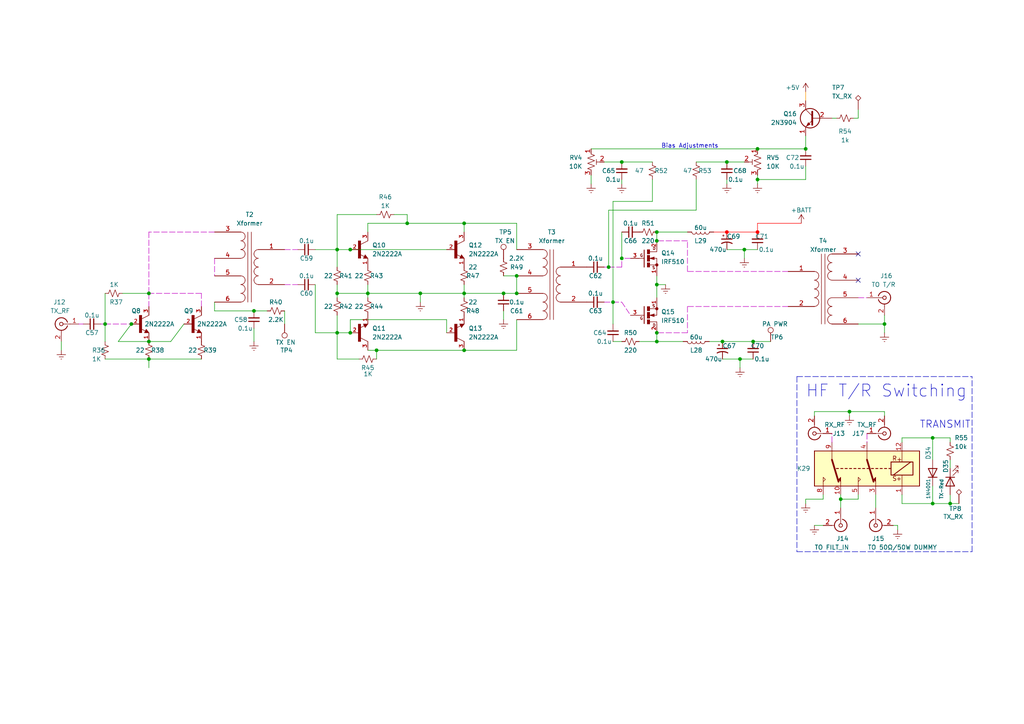
<source format=kicad_sch>
(kicad_sch (version 20211123) (generator eeschema)
  (paper "A4")
  (title_block (title "HF PA") (rev "2023/08/14"))
  (lib_symbols
    (symbol "2N2222A:2N2222A" (pin_names (offset 1.016))
      (property "Reference" "Q" (at -10.16 7.62 0))
      (property "Value" "2N2222A" (at -10.16 -7.62 0))
      (symbol "2N2222A_0_0"
        (rectangle (start -0.254 -2.54) (end 0.508 2.54) (stroke (width 0.1)) (fill (type outline)))
        (polyline (pts (xy 1.27 -2.54) (xy 1.778 -1.524)) (stroke (width 0.1524)))
        (polyline (pts (xy 1.524 -2.413) (xy 2.286 -2.413)) (stroke (width 0.254)))
        (polyline (pts (xy 1.524 -2.286) (xy 1.905 -2.286)) (stroke (width 0.254)))
        (polyline (pts (xy 1.54 -2.04) (xy 0.308 -1.424)) (stroke (width 0.1524)))
        (polyline (pts (xy 1.778 -1.778) (xy 1.524 -2.286)) (stroke (width 0.254)))
        (polyline (pts (xy 1.778 -1.524) (xy 2.54 -2.54)) (stroke (width 0.1524)))
        (polyline (pts (xy 1.905 -2.286) (xy 1.778 -2.032)) (stroke (width 0.254)))
        (polyline (pts (xy 2.286 -2.413) (xy 1.778 -1.778)) (stroke (width 0.254)))
        (polyline (pts (xy 2.54 -2.54) (xy 1.27 -2.54)) (stroke (width 0.1524)))
        (polyline (pts (xy 2.54 2.54) (xy 0.508 1.524)) (stroke (width 0.1524)))
        (pin passive line (at 2.54 -5.08 90) (length 2.54) (name "~") (number "1"))
        (pin passive line (at -2.54 0 0) (length 2.54) (name "~") (number "2"))
        (pin passive line (at 2.54 5.08 270) (length 2.54) (name "~") (number "3"))
      )
    )
    (symbol "Connector:Conn_Coaxial" (pin_names (offset 1.016) hide)
      (property "Reference" "J" (at 0.254 3.048 0))
      (property "Value" "Conn_Coaxial" (at 2.921 0 90))
      (symbol "Conn_Coaxial_0_1"
        (arc (start -1.778 -0.508) (mid 0.2311 -1.8066) (end 1.778 0) (stroke (width 0.254)))
        (polyline (pts (xy -2.54 0) (xy -0.508 0)))
        (polyline (pts (xy 0 -2.54) (xy 0 -1.778)))
        (circle (center 0 0) (radius 0.508) (stroke (width 0.2032)))
        (arc (start 1.778 0) (mid 0.2099 1.8101) (end -1.778 0.508) (stroke (width 0.254)))
      )
      (symbol "Conn_Coaxial_1_1"
        (pin passive line (at -5.08 0 0) (length 2.54) (name "In") (number "1"))
        (pin passive line (at 0 -5.08 90) (length 2.54) (name "Ext") (number "2"))
      )
    )
    (symbol "Connector:TestPoint" (pin_numbers hide) (pin_names (offset 0.762) hide)
      (property "Reference" "TP" (at 0 6.858 0))
      (property "Value" "TestPoint" (at 0 5.08 0))
      (symbol "TestPoint_0_1"
        (circle (center 0 3.302) (radius 0.762))
      )
      (symbol "TestPoint_1_1"
        (pin passive line (at 0 0 90) (length 2.54) (name "1") (number "1"))
      )
    )
    (symbol "Connector:TestPoint_Alt" (pin_numbers hide) (pin_names (offset 0.762) hide)
      (property "Reference" "TP" (at 0 6.858 0))
      (property "Value" "TestPoint_Alt" (at 0 5.08 0))
      (symbol "TestPoint_Alt_0_1"
        (polyline (pts (xy 0 2.54) (xy -0.762 3.302) (xy 0 4.064) (xy 0.762 3.302) (xy 0 2.54)))
      )
      (symbol "TestPoint_Alt_1_1"
        (pin passive line (at 0 0 90) (length 2.54) (name "1") (number "1"))
      )
    )
    (symbol "Device:C_Polarized_Small_US" (pin_numbers hide) (pin_names (offset 0.254) hide)
      (property "Reference" "C" (at 0.254 1.778 0))
      (property "Value" "C_Polarized_Small_US" (at 0.254 -2.032 0))
      (symbol "C_Polarized_Small_US_0_1"
        (polyline (pts (xy -1.524 0.508) (xy 1.524 0.508)) (stroke (width 0.3048)))
        (polyline (pts (xy -1.27 1.524) (xy -0.762 1.524)))
        (polyline (pts (xy -1.016 1.27) (xy -1.016 1.778)))
        (arc (start 1.524 -0.762) (mid 0 -0.3734) (end -1.524 -0.762) (stroke (width 0.3048)))
      )
      (symbol "C_Polarized_Small_US_1_1"
        (pin passive line (at 0 2.54 270) (length 2.032) (name "~") (number "1"))
        (pin passive line (at 0 -2.54 90) (length 2.032) (name "~") (number "2"))
      )
    )
    (symbol "Device:C_Small" (pin_numbers hide) (pin_names (offset 0.254) hide)
      (property "Reference" "C" (at 0.254 1.778 0))
      (property "Value" "C_Small" (at 0.254 -2.032 0))
      (symbol "C_Small_0_1"
        (polyline (pts (xy -1.524 -0.508) (xy 1.524 -0.508)) (stroke (width 0.3302)))
        (polyline (pts (xy -1.524 0.508) (xy 1.524 0.508)) (stroke (width 0.3048)))
      )
      (symbol "C_Small_1_1"
        (pin passive line (at 0 2.54 270) (length 2.032) (name "~") (number "1"))
        (pin passive line (at 0 -2.54 90) (length 2.032) (name "~") (number "2"))
      )
    )
    (symbol "Device:L" (pin_numbers hide) (pin_names (offset 1.016) hide)
      (property "Reference" "L" (at -1.27 0 90))
      (property "Value" "L" (at 1.905 0 90))
      (symbol "L_0_1"
        (arc (start 0 -2.54) (mid 0.635 -1.905) (end 0 -1.27))
        (arc (start 0 -1.27) (mid 0.635 -0.635) (end 0 0))
        (arc (start 0 0) (mid 0.635 0.635) (end 0 1.27))
        (arc (start 0 1.27) (mid 0.635 1.905) (end 0 2.54))
      )
      (symbol "L_1_1"
        (pin passive line (at 0 3.81 270) (length 1.27) (name "1") (number "1"))
        (pin passive line (at 0 -3.81 90) (length 1.27) (name "2") (number "2"))
      )
    )
    (symbol "Device:LED" (pin_numbers hide) (pin_names (offset 1.016) hide)
      (property "Reference" "D" (at 0 2.54 0))
      (property "Value" "LED" (at 0 -2.54 0))
      (symbol "LED_0_1"
        (polyline (pts (xy -1.27 -1.27) (xy -1.27 1.27)) (stroke (width 0.254)))
        (polyline (pts (xy -1.27 0) (xy 1.27 0)))
        (polyline (pts (xy 1.27 -1.27) (xy 1.27 1.27) (xy -1.27 0) (xy 1.27 -1.27)) (stroke (width 0.254)))
        (polyline (pts (xy -3.048 -0.762) (xy -4.572 -2.286) (xy -3.81 -2.286) (xy -4.572 -2.286) (xy -4.572 -1.524)))
        (polyline (pts (xy -1.778 -0.762) (xy -3.302 -2.286) (xy -2.54 -2.286) (xy -3.302 -2.286) (xy -3.302 -1.524)))
      )
      (symbol "LED_1_1"
        (pin passive line (at -3.81 0 0) (length 2.54) (name "K") (number "1"))
        (pin passive line (at 3.81 0 180) (length 2.54) (name "A") (number "2"))
      )
    )
    (symbol "Device:R_Potentiometer_Trim_US" (pin_names (offset 1.016) hide)
      (property "Reference" "RV" (at -4.445 0 90))
      (property "Value" "R_Potentiometer_Trim_US" (at -2.54 0 90))
      (symbol "R_Potentiometer_Trim_US_0_1"
        (polyline (pts (xy 0 -2.286) (xy 0 -2.54)))
        (polyline (pts (xy 0 2.286) (xy 0 2.54)))
        (polyline (pts (xy 1.524 0.762) (xy 1.524 -0.762)))
        (polyline (pts (xy 2.54 0) (xy 1.524 0)))
        (polyline (pts (xy 0 -0.762) (xy 1.016 -1.143) (xy 0 -1.524) (xy -1.016 -1.905) (xy 0 -2.286)))
        (polyline (pts (xy 0 0.762) (xy 1.016 0.381) (xy 0 0) (xy -1.016 -0.381) (xy 0 -0.762)))
        (polyline (pts (xy 0 2.286) (xy 1.016 1.905) (xy 0 1.524) (xy -1.016 1.143) (xy 0 0.762)))
      )
      (symbol "R_Potentiometer_Trim_US_1_1"
        (pin passive line (at 0 3.81 270) (length 1.27) (name "1") (number "1"))
        (pin passive line (at 3.81 0 180) (length 1.27) (name "2") (number "2"))
        (pin passive line (at 0 -3.81 90) (length 1.27) (name "3") (number "3"))
      )
    )
    (symbol "Device:R_Small_US" (pin_numbers hide) (pin_names (offset 0.254) hide)
      (property "Reference" "R" (at 0.762 0.508 0))
      (property "Value" "R_Small_US" (at 0.762 -1.016 0))
      (symbol "R_Small_US_1_1"
        (polyline (pts (xy 0 0) (xy 1.016 -0.381) (xy 0 -0.762) (xy -1.016 -1.143) (xy 0 -1.524)))
        (polyline (pts (xy 0 1.524) (xy 1.016 1.143) (xy 0 0.762) (xy -1.016 0.381) (xy 0 0)))
        (pin passive line (at 0 2.54 270) (length 1.016) (name "~") (number "1"))
        (pin passive line (at 0 -2.54 90) (length 1.016) (name "~") (number "2"))
      )
    )
    (symbol "Device:Transformer_1P_2S" (pin_names (offset 1.016) hide)
      (property "Reference" "T" (at 0 12.7 0))
      (property "Value" "Transformer_1P_2S" (at 0 -12.7 0))
      (symbol "Transformer_1P_2S_0_1"
        (arc (start -2.54 -5.0546) (mid -1.6599 -4.6901) (end -1.27 -3.81))
        (arc (start -2.54 -2.5146) (mid -1.6599 -2.1501) (end -1.27 -1.27))
        (arc (start -2.54 0.0254) (mid -1.6599 0.3899) (end -1.27 1.27))
        (arc (start -2.54 2.5654) (mid -1.6599 2.9299) (end -1.27 3.81))
        (arc (start -1.27 -3.81) (mid -1.642 -2.912) (end -2.54 -2.54))
        (arc (start -1.27 -1.27) (mid -1.642 -0.372) (end -2.54 0))
        (arc (start -1.27 1.27) (mid -1.642 2.168) (end -2.54 2.54))
        (arc (start -1.27 3.81) (mid -1.642 4.708) (end -2.54 5.08))
        (polyline (pts (xy -0.508 -10.16) (xy -0.508 10.16)))
        (polyline (pts (xy 0.508 10.16) (xy 0.508 -10.16)))
        (arc (start 1.2954 -8.89) (mid 1.6599 -9.7701) (end 2.54 -10.1346))
        (arc (start 1.2954 -6.35) (mid 1.6599 -7.2301) (end 2.54 -7.5946))
        (arc (start 1.2954 -3.81) (mid 1.6599 -4.6901) (end 2.54 -5.0546))
        (arc (start 1.2954 3.81) (mid 1.6599 2.9299) (end 2.54 2.5654))
        (arc (start 1.2954 6.35) (mid 1.6599 5.4699) (end 2.54 5.1054))
        (arc (start 1.2954 8.89) (mid 1.6599 8.0099) (end 2.54 7.6454))
        (arc (start 2.54 -7.62) (mid 1.642 -7.992) (end 1.2954 -8.89))
        (arc (start 2.54 -5.08) (mid 1.642 -5.452) (end 1.2954 -6.35))
        (arc (start 2.54 -2.54) (mid 1.642 -2.912) (end 1.2954 -3.81))
        (arc (start 2.54 5.08) (mid 1.642 4.708) (end 1.2954 3.81))
        (arc (start 2.54 7.62) (mid 1.642 7.248) (end 1.2954 6.35))
        (arc (start 2.54 10.16) (mid 1.642 9.788) (end 1.2954 8.89))
      )
      (symbol "Transformer_1P_2S_1_1"
        (pin passive line (at -10.16 5.08 0) (length 7.62) (name "AA") (number "1"))
        (pin passive line (at -10.16 -5.08 0) (length 7.62) (name "AB") (number "2"))
        (pin passive line (at 10.16 10.16 180) (length 7.62) (name "SA") (number "3"))
        (pin passive line (at 10.16 2.54 180) (length 7.62) (name "SB") (number "4"))
        (pin passive line (at 10.16 -2.54 180) (length 7.62) (name "SC") (number "5"))
        (pin passive line (at 10.16 -10.16 180) (length 7.62) (name "SD") (number "6"))
      )
    )
    (symbol "Diode:1N4001" (pin_numbers hide) (pin_names hide)
      (property "Reference" "D" (at 0 2.54 0))
      (property "Value" "1N4001" (at 0 -2.54 0))
      (symbol "1N4001_0_1"
        (polyline (pts (xy -1.27 1.27) (xy -1.27 -1.27)) (stroke (width 0.254)))
        (polyline (pts (xy 1.27 0) (xy -1.27 0)))
        (polyline (pts (xy 1.27 1.27) (xy 1.27 -1.27) (xy -1.27 0) (xy 1.27 1.27)) (stroke (width 0.254)))
      )
      (symbol "1N4001_1_1"
        (pin passive line (at -3.81 0 0) (length 2.54) (name "K") (number "1"))
        (pin passive line (at 3.81 0 180) (length 2.54) (name "A") (number "2"))
      )
    )
    (symbol "IRF510:IRF510" (pin_names (offset 1.016))
      (property "Reference" "Q" (at 3.302 0.508 0))
      (property "Value" "IRF510" (at 3.302 -0.508 0))
      (symbol "IRF510_0_0"
        (rectangle (start -0.254 -2.54) (end 0.508 -1.27) (stroke (width 0.1)) (fill (type outline)))
        (rectangle (start -0.254 -0.889) (end 0.508 0.889) (stroke (width 0.1)) (fill (type outline)))
        (rectangle (start -0.254 1.27) (end 0.508 2.54) (stroke (width 0.1)) (fill (type outline)))
        (polyline (pts (xy -1.1176 0) (xy -2.54 0)) (stroke (width 0.1524)))
        (polyline (pts (xy -1.1176 0) (xy -1.1176 -2.54)) (stroke (width 0.254)))
        (polyline (pts (xy -1.1176 2.413) (xy -1.1176 0)) (stroke (width 0.254)))
        (polyline (pts (xy 0.508 -1.905) (xy 2.54 -1.905)) (stroke (width 0.1524)))
        (polyline (pts (xy 0.508 0) (xy 1.143 0)) (stroke (width 0.1524)))
        (polyline (pts (xy 0.508 0) (xy 1.778 0.381)) (stroke (width 0.1524)))
        (polyline (pts (xy 1.143 0) (xy 1.651 -0.127)) (stroke (width 0.3048)))
        (polyline (pts (xy 1.143 0) (xy 2.54 0)) (stroke (width 0.1524)))
        (polyline (pts (xy 1.651 0.127) (xy 1.143 0)) (stroke (width 0.3048)))
        (polyline (pts (xy 1.778 -0.381) (xy 0.508 0)) (stroke (width 0.1524)))
        (polyline (pts (xy 1.778 0.381) (xy 1.778 -0.381)) (stroke (width 0.1524)))
        (polyline (pts (xy 2.54 -1.905) (xy 2.54 -2.54)) (stroke (width 0.1524)))
        (polyline (pts (xy 2.54 0) (xy 2.54 -1.905)) (stroke (width 0.1524)))
        (polyline (pts (xy 2.54 1.905) (xy 0.5334 1.905)) (stroke (width 0.1524)))
        (polyline (pts (xy 2.54 2.54) (xy 2.54 1.905)) (stroke (width 0.1524)))
        (circle (center 2.54 -1.905) (radius 0.254) (stroke (width 0.4064)))
        (text "D" (at 1.27 2.413 0) (effects (font (size 0.8128 0.8128)) (justify left bottom)))
        (text "G" (at -2.413 0.381 0) (effects (font (size 0.8128 0.8128)) (justify left bottom)))
        (text "S" (at 1.143 -3.175 0) (effects (font (size 0.8128 0.8128)) (justify left bottom)))
        (pin passive line (at 2.54 -5.08 90) (length 2.54) (name "~") (number "1"))
        (pin passive line (at 2.54 5.08 270) (length 2.54) (name "~") (number "2"))
        (pin passive line (at -5.08 0 0) (length 2.54) (name "~") (number "3"))
      )
    )
    (symbol "Relay:EC2-5SNU"
      (property "Reference" "K" (at 15.24 8.89 0))
      (property "Value" "EC2-5SNU" (at 19.05 6.35 0))
      (symbol "EC2-5SNU_0_0"
        (text "S" (at -8.001 2.921 0) (effects (font (size 1.27 1.27))))
      )
      (symbol "EC2-5SNU_1_1"
        (rectangle (start -15.24 5.08) (end 15.24 -5.08) (stroke (width 0.254)) (fill (type background)))
        (rectangle (start -13.335 1.905) (end -6.985 -1.905) (stroke (width 0.254)))
        (polyline (pts (xy -12.7 -1.905) (xy -7.62 1.905)) (stroke (width 0.254)))
        (polyline (pts (xy -10.16 -5.08) (xy -10.16 -1.905)))
        (polyline (pts (xy -10.16 5.08) (xy -10.16 1.905)))
        (polyline (pts (xy -6.985 0) (xy -6.35 0)) (stroke (width 0.254)))
        (polyline (pts (xy -5.715 0) (xy -5.08 0)) (stroke (width 0.254)))
        (polyline (pts (xy -4.445 0) (xy -3.81 0)) (stroke (width 0.254)))
        (polyline (pts (xy -3.175 0) (xy -2.54 0)) (stroke (width 0.254)))
        (polyline (pts (xy -1.905 0) (xy -1.27 0)) (stroke (width 0.254)))
        (polyline (pts (xy -0.635 0) (xy 0 0)) (stroke (width 0.254)))
        (polyline (pts (xy 0 -2.54) (xy -1.905 3.81)) (stroke (width 0.508)))
        (polyline (pts (xy 0 -2.54) (xy 0 -5.08)))
        (polyline (pts (xy 0.635 0) (xy 1.27 0)) (stroke (width 0.254)))
        (polyline (pts (xy 1.905 0) (xy 2.54 0)) (stroke (width 0.254)))
        (polyline (pts (xy 3.175 0) (xy 3.81 0)) (stroke (width 0.254)))
        (polyline (pts (xy 4.445 0) (xy 5.08 0)) (stroke (width 0.254)))
        (polyline (pts (xy 5.715 0) (xy 6.35 0)) (stroke (width 0.254)))
        (polyline (pts (xy 6.985 0) (xy 7.62 0)) (stroke (width 0.254)))
        (polyline (pts (xy 8.255 0) (xy 8.89 0)) (stroke (width 0.254)))
        (polyline (pts (xy 10.16 -2.54) (xy 8.255 3.81)) (stroke (width 0.508)))
        (polyline (pts (xy 10.16 -2.54) (xy 10.16 -5.08)))
        (polyline (pts (xy -2.54 5.08) (xy -2.54 2.54) (xy -1.905 3.175) (xy -2.54 3.81)) (fill (type outline)))
        (polyline (pts (xy 2.54 5.08) (xy 2.54 2.54) (xy 1.905 3.175) (xy 2.54 3.81)))
        (polyline (pts (xy 7.62 5.08) (xy 7.62 2.54) (xy 8.255 3.175) (xy 7.62 3.81)) (fill (type outline)))
        (polyline (pts (xy 12.7 5.08) (xy 12.7 2.54) (xy 12.065 3.175) (xy 12.7 3.81)))
        (text "+" (at -9.398 -2.667 0) (effects (font (size 1.27 1.27))))
        (text "+" (at -9.271 2.921 0) (effects (font (size 1.27 1.27))))
        (text "R" (at -8.001 -2.921 0) (effects (font (size 1.27 1.27))))
        (pin passive line (at -10.16 7.62 270) (length 2.54) (name "~") (number "1"))
        (pin passive line (at 7.62 7.62 270) (length 2.54) (name "~") (number "10"))
        (pin passive line (at -10.16 -7.62 90) (length 2.54) (name "~") (number "12"))
        (pin passive line (at -2.54 7.62 270) (length 2.54) (name "~") (number "3"))
        (pin passive line (at 0 -7.62 90) (length 2.54) (name "~") (number "4"))
        (pin passive line (at 2.54 7.62 270) (length 2.54) (name "~") (number "5"))
        (pin passive line (at 12.7 7.62 270) (length 2.54) (name "~") (number "8"))
        (pin passive line (at 10.16 -7.62 90) (length 2.54) (name "~") (number "9"))
      )
    )
    (symbol "Transistor_BJT:2N3904" (pin_names (offset 0) hide)
      (property "Reference" "Q" (at 5.08 1.905 0))
      (property "Value" "2N3904" (at 5.08 0 0))
      (symbol "2N3904_0_1"
        (polyline (pts (xy 0.635 0.635) (xy 2.54 2.54)))
        (polyline (pts (xy 0.635 -0.635) (xy 2.54 -2.54) (xy 2.54 -2.54)))
        (polyline (pts (xy 0.635 1.905) (xy 0.635 -1.905) (xy 0.635 -1.905)) (stroke (width 0.508)))
        (polyline (pts (xy 1.27 -1.778) (xy 1.778 -1.27) (xy 2.286 -2.286) (xy 1.27 -1.778) (xy 1.27 -1.778)) (fill (type outline)))
        (circle (center 1.27 0) (radius 2.8194) (stroke (width 0.254)))
      )
      (symbol "2N3904_1_1"
        (pin passive line (at 2.54 -5.08 90) (length 2.54) (name "E") (number "1"))
        (pin passive line (at -5.08 0 0) (length 5.715) (name "B") (number "2"))
        (pin passive line (at 2.54 5.08 270) (length 2.54) (name "C") (number "3"))
      )
    )
    (symbol "power:+5V" (power) (pin_names (offset 0))
      (property "Value" "+5V" (at 0 3.556 0))
      (symbol "+5V_0_1"
        (polyline (pts (xy -0.762 1.27) (xy 0 2.54)))
        (polyline (pts (xy 0 0) (xy 0 2.54)))
        (polyline (pts (xy 0 2.54) (xy 0.762 1.27)))
      )
      (symbol "+5V_1_1"
        (pin power_in line (at 0 0 90) (length 0) hide (name "+5V") (number "1"))
      )
    )
    (symbol "power:+BATT" (power) (pin_names (offset 0))
      (property "Value" "+BATT" (at 0 3.556 0))
      (symbol "+BATT_0_1"
        (polyline (pts (xy -0.762 1.27) (xy 0 2.54)))
        (polyline (pts (xy 0 0) (xy 0 2.54)))
        (polyline (pts (xy 0 2.54) (xy 0.762 1.27)))
      )
      (symbol "+BATT_1_1"
        (pin power_in line (at 0 0 90) (length 0) hide (name "+BATT") (number "1"))
      )
    )
    (symbol "power:Earth" (power) (pin_names (offset 0))
      (symbol "Earth_0_1"
        (polyline (pts (xy -0.635 -1.905) (xy 0.635 -1.905)))
        (polyline (pts (xy -0.127 -2.54) (xy 0.127 -2.54)))
        (polyline (pts (xy 0 -1.27) (xy 0 0)))
        (polyline (pts (xy 1.27 -1.27) (xy -1.27 -1.27)))
      )
      (symbol "Earth_1_1"
        (pin power_in line (at 0 0 270) (length 0) hide (name "Earth") (number "1"))
      )
    )
  )
  (junction (at 214.63 104.14))
  (junction (at 30.48 93.98))
  (junction (at 246.38 119.38))
  (junction (at 101.6 72.39))
  (junction (at 97.79 96.52))
  (junction (at 270.51 146.05))
  (junction (at 233.68 43.18))
  (junction (at 43.18 99.06))
  (junction (at 38.1 93.98))
  (junction (at 219.71 43.18))
  (junction (at 97.79 85.09))
  (junction (at 43.18 104.14))
  (junction (at 275.59 146.05))
  (junction (at 218.44 99.06))
  (junction (at 210.82 67.31) (color 255 0 0 1))
  (junction (at 177.8 87.63))
  (junction (at 190.5 69.85))
  (junction (at 256.54 93.98))
  (junction (at 219.71 67.31) (color 255 0 0 1))
  (junction (at 97.79 72.39))
  (junction (at 118.11 64.77))
  (junction (at 149.86 85.09))
  (junction (at 106.68 85.09))
  (junction (at 121.92 85.09))
  (junction (at 190.5 96.52))
  (junction (at 180.34 46.99))
  (junction (at 134.62 85.09))
  (junction (at 190.5 82.55))
  (junction (at 146.05 85.09))
  (junction (at 180.34 74.93))
  (junction (at 209.55 99.06))
  (junction (at 210.82 46.99))
  (junction (at 43.18 85.09))
  (junction (at 190.5 67.31))
  (junction (at 73.66 90.17))
  (junction (at 134.62 64.77))
  (junction (at 109.22 101.6))
  (junction (at 243.84 144.78))
  (junction (at 215.9 72.39))
  (junction (at 190.5 99.06))
  (junction (at 270.51 127))
  (junction (at 149.86 80.01))
  (junction (at 219.71 52.07))
  (junction (at 134.62 101.6))
  (junction (at 101.6 96.52))
  (junction (at 176.53 77.47))
  (no_connect (at 248.92 73.66))
  (no_connect (at 248.92 81.28))
  (wire (pts (xy 149.86 80.01) (xy 149.86 85.09)))
  (wire (pts (xy 129.54 92.71) (xy 129.54 96.52)))
  (wire (pts (xy 190.5 80.01) (xy 190.5 82.55)))
  (wire (pts (xy 233.68 52.07) (xy 219.71 52.07)))
  (wire (pts (xy 189.23 58.42) (xy 177.8 58.42)))
  (wire (pts (xy 190.5 67.31) (xy 190.5 69.85)))
  (wire (pts (xy 210.82 67.31) (xy 219.71 67.31)) (stroke (width 0) (color 255 0 0 1)))
  (wire (pts (xy 109.22 62.23) (xy 97.79 62.23)))
  (wire (pts (xy 190.5 67.31) (xy 199.39 67.31)))
  (wire (pts (xy 261.62 146.05) (xy 261.62 143.51)))
  (wire (pts (xy 180.34 67.31) (xy 180.34 74.93)))
  (wire (pts (xy 261.62 127) (xy 270.51 127)))
  (wire (pts (xy 43.18 85.09) (xy 43.18 88.9)) (stroke (width 0) (type dash) (color 194 0 194 1)))
  (wire (pts (xy 232.41 64.77) (xy 219.71 64.77)) (stroke (width 0) (color 255 0 0 1)))
  (wire (pts (xy 73.66 90.17) (xy 77.47 90.17)))
  (wire (pts (xy 43.18 67.31) (xy 43.18 85.09)) (stroke (width 0) (type dash) (color 194 0 194 1)))
  (wire (pts (xy 82.55 90.17) (xy 82.55 93.98)))
  (wire (pts (xy 246.38 120.65) (xy 246.38 119.38)))
  (wire (pts (xy 30.48 104.14) (xy 43.18 104.14)))
  (wire (pts (xy 254 147.32) (xy 254 143.51)))
  (wire (pts (xy 215.9 72.39) (xy 219.71 72.39)))
  (wire (pts (xy 201.93 60.96) (xy 176.53 60.96)))
  (wire (pts (xy 210.82 72.39) (xy 215.9 72.39)))
  (wire (pts (xy 30.48 99.06) (xy 30.48 93.98)))
  (wire (pts (xy 219.71 43.18) (xy 233.68 43.18)))
  (wire (pts (xy 134.62 64.77) (xy 134.62 67.31)))
  (wire (pts (xy 101.6 92.71) (xy 101.6 96.52)))
  (wire (pts (xy 106.68 67.31) (xy 106.68 64.77)))
  (wire (pts (xy 177.8 87.63) (xy 180.34 87.63)) (stroke (width 0) (type dash) (color 194 0 194 1)))
  (wire (pts (xy 270.51 127) (xy 270.51 133.35)))
  (wire (pts (xy 121.92 85.09) (xy 134.62 85.09)))
  (wire (pts (xy 270.51 140.97) (xy 270.51 146.05)))
  (wire (pts (xy 260.35 153.67) (xy 260.35 152.4)))
  (wire (pts (xy 97.79 91.44) (xy 97.79 96.52)))
  (wire (pts (xy 275.59 143.51) (xy 275.59 146.05)))
  (wire (pts (xy 149.86 101.6) (xy 134.62 101.6)))
  (wire (pts (xy 175.26 46.99) (xy 180.34 46.99)))
  (wire (pts (xy 270.51 146.05) (xy 275.59 146.05)))
  (wire (pts (xy 62.23 90.17) (xy 73.66 90.17)))
  (wire (pts (xy 236.22 152.4) (xy 238.76 152.4)))
  (wire (pts (xy 43.18 104.14) (xy 43.18 106.68)))
  (polyline (pts (xy 231.14 109.22) (xy 281.94 109.22)))
  (wire (pts (xy 201.93 46.99) (xy 210.82 46.99)))
  (wire (pts (xy 261.62 128.27) (xy 261.62 127)))
  (wire (pts (xy 256.54 93.98) (xy 256.54 96.52)))
  (wire (pts (xy 149.86 64.77) (xy 134.62 64.77)))
  (wire (pts (xy 149.86 92.71) (xy 149.86 101.6)))
  (wire (pts (xy 233.68 144.78) (xy 238.76 144.78)))
  (wire (pts (xy 97.79 85.09) (xy 97.79 86.36)))
  (wire (pts (xy 278.13 146.05) (xy 275.59 146.05)))
  (polyline (pts (xy 231.14 109.22) (xy 231.14 160.02)))
  (wire (pts (xy 189.23 52.07) (xy 189.23 58.42)))
  (wire (pts (xy 209.55 104.14) (xy 214.63 104.14)))
  (wire (pts (xy 236.22 120.65) (xy 236.22 119.38)))
  (wire (pts (xy 228.6 78.74) (xy 199.39 78.74)) (stroke (width 0) (type dash) (color 194 0 194 1)))
  (wire (pts (xy 91.44 72.39) (xy 97.79 72.39)))
  (wire (pts (xy 218.44 99.06) (xy 223.52 99.06)))
  (wire (pts (xy 101.6 92.71) (xy 129.54 92.71)))
  (wire (pts (xy 219.71 64.77) (xy 219.71 67.31)) (stroke (width 0) (color 255 0 0 1)))
  (wire (pts (xy 251.46 125.73) (xy 251.46 128.27)) (stroke (width 0) (type dash) (color 194 0 194 1)))
  (wire (pts (xy 91.44 82.55) (xy 91.44 96.52)))
  (wire (pts (xy 243.84 143.51) (xy 243.84 144.78)))
  (wire (pts (xy 97.79 72.39) (xy 97.79 77.47)))
  (wire (pts (xy 233.68 48.26) (xy 233.68 52.07)))
  (wire (pts (xy 34.29 99.06) (xy 38.1 93.98)))
  (wire (pts (xy 176.53 60.96) (xy 176.53 77.47)))
  (wire (pts (xy 106.68 85.09) (xy 106.68 86.36)))
  (wire (pts (xy 180.34 87.63) (xy 182.88 91.44)) (stroke (width 0) (type dash) (color 194 0 194 1)))
  (wire (pts (xy 209.55 99.06) (xy 218.44 99.06)))
  (wire (pts (xy 91.44 96.52) (xy 97.79 96.52)))
  (wire (pts (xy 73.66 95.25) (xy 73.66 99.06)))
  (wire (pts (xy 180.34 52.07) (xy 180.34 53.34)))
  (wire (pts (xy 233.68 146.05) (xy 233.68 144.78)))
  (wire (pts (xy 62.23 87.63) (xy 62.23 90.17)))
  (wire (pts (xy 34.29 99.06) (xy 43.18 99.06)))
  (polyline (pts (xy 281.94 160.02) (xy 281.94 109.22)))
  (wire (pts (xy 118.11 64.77) (xy 134.62 64.77)))
  (wire (pts (xy 149.86 85.09) (xy 146.05 85.09)))
  (wire (pts (xy 199.39 69.85) (xy 190.5 69.85)) (stroke (width 0) (type dash) (color 194 0 194 1)))
  (wire (pts (xy 214.63 104.14) (xy 218.44 104.14)))
  (wire (pts (xy 97.79 62.23) (xy 97.79 72.39)))
  (wire (pts (xy 260.35 152.4) (xy 259.08 152.4)))
  (wire (pts (xy 199.39 88.9) (xy 199.39 96.52)) (stroke (width 0) (type dash) (color 194 0 194 1)))
  (wire (pts (xy 233.68 39.37) (xy 233.68 43.18)))
  (wire (pts (xy 246.38 119.38) (xy 236.22 119.38)))
  (wire (pts (xy 248.92 31.75) (xy 248.92 34.29)))
  (wire (pts (xy 190.5 82.55) (xy 190.5 86.36)))
  (wire (pts (xy 248.92 93.98) (xy 256.54 93.98)))
  (wire (pts (xy 49.53 99.06) (xy 53.34 93.98)))
  (wire (pts (xy 233.68 26.67) (xy 233.68 29.21)) (stroke (width 0) (color 255 153 0 1)))
  (wire (pts (xy 35.56 85.09) (xy 43.18 85.09)))
  (wire (pts (xy 270.51 127) (xy 275.59 127)))
  (wire (pts (xy 82.55 72.39) (xy 86.36 72.39)) (stroke (width 0) (type dash) (color 194 0 194 1)))
  (wire (pts (xy 62.23 67.31) (xy 43.18 67.31)) (stroke (width 0) (type dash) (color 194 0 194 1)))
  (wire (pts (xy 177.8 99.06) (xy 180.34 99.06)))
  (wire (pts (xy 210.82 46.99) (xy 215.9 46.99)))
  (wire (pts (xy 175.26 87.63) (xy 177.8 87.63)) (stroke (width 0) (type dash) (color 194 0 194 1)))
  (wire (pts (xy 106.68 82.55) (xy 106.68 85.09)))
  (wire (pts (xy 219.71 50.8) (xy 219.71 52.07)))
  (wire (pts (xy 256.54 119.38) (xy 246.38 119.38)))
  (wire (pts (xy 248.92 34.29) (xy 247.65 34.29)))
  (wire (pts (xy 22.86 93.98) (xy 24.13 93.98)) (stroke (width 0) (type dash) (color 194 0 194 1)))
  (wire (pts (xy 43.18 104.14) (xy 58.42 104.14)))
  (wire (pts (xy 180.34 46.99) (xy 189.23 46.99)))
  (wire (pts (xy 43.18 99.06) (xy 49.53 99.06)))
  (wire (pts (xy 30.48 93.98) (xy 38.1 93.98)) (stroke (width 0) (type dash) (color 194 0 194 1)))
  (wire (pts (xy 109.22 101.6) (xy 134.62 101.6)))
  (wire (pts (xy 17.78 99.06) (xy 17.78 101.6)))
  (wire (pts (xy 190.5 82.55) (xy 193.04 82.55)))
  (wire (pts (xy 118.11 62.23) (xy 118.11 64.77)))
  (wire (pts (xy 134.62 85.09) (xy 134.62 86.36)))
  (wire (pts (xy 171.45 43.18) (xy 219.71 43.18)))
  (wire (pts (xy 228.6 88.9) (xy 199.39 88.9)) (stroke (width 0) (type dash) (color 194 0 194 1)))
  (wire (pts (xy 182.88 74.93) (xy 180.34 74.93)) (stroke (width 0) (type dash) (color 194 0 194 1)))
  (wire (pts (xy 205.74 99.06) (xy 209.55 99.06)))
  (wire (pts (xy 58.42 85.09) (xy 43.18 85.09)) (stroke (width 0) (type dash) (color 194 0 194 1)))
  (wire (pts (xy 106.68 101.6) (xy 109.22 101.6)))
  (wire (pts (xy 30.48 85.09) (xy 30.48 93.98)))
  (wire (pts (xy 114.3 62.23) (xy 118.11 62.23)))
  (wire (pts (xy 97.79 96.52) (xy 101.6 96.52)))
  (wire (pts (xy 207.01 67.31) (xy 210.82 67.31)) (stroke (width 0) (color 255 0 0 1)))
  (wire (pts (xy 177.8 58.42) (xy 177.8 87.63)))
  (wire (pts (xy 215.9 74.93) (xy 215.9 72.39)))
  (wire (pts (xy 261.62 146.05) (xy 270.51 146.05)))
  (wire (pts (xy 97.79 82.55) (xy 97.79 85.09)))
  (wire (pts (xy 214.63 106.68) (xy 214.63 104.14)))
  (wire (pts (xy 97.79 85.09) (xy 106.68 85.09)))
  (wire (pts (xy 190.5 99.06) (xy 198.12 99.06)))
  (wire (pts (xy 201.93 52.07) (xy 201.93 60.96)))
  (wire (pts (xy 82.55 82.55) (xy 86.36 82.55)) (stroke (width 0) (type dash) (color 194 0 194 1)))
  (wire (pts (xy 146.05 90.17) (xy 146.05 92.71)))
  (wire (pts (xy 199.39 78.74) (xy 199.39 69.85)) (stroke (width 0) (type dash) (color 194 0 194 1)))
  (wire (pts (xy 30.48 93.98) (xy 29.21 93.98)) (stroke (width 0) (type dash) (color 194 0 194 1)))
  (wire (pts (xy 101.6 72.39) (xy 129.54 72.39)))
  (wire (pts (xy 106.68 64.77) (xy 118.11 64.77)))
  (wire (pts (xy 97.79 104.14) (xy 104.14 104.14)))
  (wire (pts (xy 256.54 91.44) (xy 256.54 93.98)))
  (wire (pts (xy 238.76 144.78) (xy 238.76 143.51)))
  (wire (pts (xy 275.59 133.35) (xy 275.59 135.89)))
  (wire (pts (xy 242.57 34.29) (xy 241.3 34.29)))
  (wire (pts (xy 146.05 80.01) (xy 149.86 80.01)))
  (wire (pts (xy 210.82 52.07) (xy 210.82 53.34)))
  (wire (pts (xy 134.62 82.55) (xy 134.62 85.09)))
  (wire (pts (xy 121.92 87.63) (xy 121.92 85.09)))
  (wire (pts (xy 219.71 52.07) (xy 219.71 53.34)))
  (wire (pts (xy 180.34 77.47) (xy 180.34 74.93)) (stroke (width 0) (type dash) (color 194 0 194 1)))
  (wire (pts (xy 176.53 77.47) (xy 180.34 77.47)) (stroke (width 0) (type dash) (color 194 0 194 1)))
  (wire (pts (xy 241.3 128.27) (xy 241.3 125.73)) (stroke (width 0) (type dash) (color 194 0 194 1)))
  (wire (pts (xy 248.92 143.51) (xy 248.92 144.78)))
  (wire (pts (xy 97.79 96.52) (xy 97.79 104.14)))
  (polyline (pts (xy 231.14 160.02) (xy 281.94 160.02)))
  (wire (pts (xy 190.5 99.06) (xy 185.42 99.06)))
  (wire (pts (xy 146.05 85.09) (xy 134.62 85.09)))
  (wire (pts (xy 109.22 101.6) (xy 109.22 104.14)))
  (wire (pts (xy 149.86 72.39) (xy 149.86 64.77)))
  (wire (pts (xy 248.92 86.36) (xy 251.46 86.36)) (stroke (width 0) (type dash) (color 194 0 194 1)))
  (wire (pts (xy 171.45 50.8) (xy 171.45 53.34)))
  (wire (pts (xy 106.68 85.09) (xy 121.92 85.09)))
  (wire (pts (xy 175.26 77.47) (xy 176.53 77.47)) (stroke (width 0) (type dash) (color 194 0 194 1)))
  (wire (pts (xy 62.23 74.93) (xy 62.23 80.01)) (stroke (width 0) (type dash) (color 194 0 194 1)))
  (wire (pts (xy 177.8 87.63) (xy 177.8 93.98)))
  (wire (pts (xy 58.42 88.9) (xy 58.42 85.09)) (stroke (width 0) (type dash) (color 194 0 194 1)))
  (wire (pts (xy 243.84 144.78) (xy 243.84 147.32)))
  (wire (pts (xy 248.92 144.78) (xy 243.84 144.78)))
  (wire (pts (xy 256.54 120.65) (xy 256.54 119.38)))
  (wire (pts (xy 97.79 72.39) (xy 101.6 72.39)))
  (wire (pts (xy 190.5 96.52) (xy 190.5 99.06)))
  (wire (pts (xy 199.39 96.52) (xy 190.5 96.52)) (stroke (width 0) (type dash) (color 194 0 194 1)))
  (wire (pts (xy 275.59 128.27) (xy 275.59 127)))
  (text "Bias Adjustments" (at 191.77 43.18 0) (effects (font (size 1.27 1.27)) (justify left bottom)))
  (text "TRANSMIT" (at 266.7 124.46 0) (effects (font (size 2.1 2.1)) (justify left bottom)))
  (text "HF T/R Switching" (at 233.68 115.57 0) (effects (font (size 3.5 3.5)) (justify left bottom)))
  (symbol (lib_id "Connector:Conn_Coaxial") (at 256.54 125.73 0) (mirror x) (unit 1)
    (property "Reference" "J17" (at 248.92 125.73 0))
    (property "Value" "TX_RF" (at 251.46 123.19 0))
    (property "Datasheet" " ~" (effects hide))
  )
  (symbol (lib_id "power:Earth") (at 219.71 53.34 0) (unit 1)
    (property "Reference" "#PWR087" (effects hide))
    (property "Value" "Earth" (effects hide))
  )
  (symbol (lib_id "Connector:TestPoint") (at 223.52 99.06 0) (unit 1)
    (property "Reference" "TP6" (at 223.52 97.79 0) (effects (justify left)))
    (property "Value" "PA PWR" (at 220.98 93.98 0) (effects (justify left)))
  )
  (symbol (lib_id "Device:L") (at 203.2 67.31 270) (unit 1)
    (property "Reference" "L29" (at 203.2 69.85 90))
    (property "Value" "60u" (at 203.2 66.04 90))
  )
  (symbol (lib_id "Device:L") (at 201.93 99.06 270) (unit 1)
    (property "Reference" "L28" (at 201.93 101.6 90))
    (property "Value" "60u" (at 201.93 97.79 90))
  )
  (symbol (lib_id "Device:C_Polarized_Small_US") (at 209.55 101.6 0) (unit 1)
    (property "Reference" "C67" (at 209.55 100.33 0) (effects (justify left)))
    (property "Value" "470u" (at 204.47 104.14 0) (effects (justify left)))
    (property "Footprint" "Capacitor_THT:CP_Radial_D4.0mm_P2.00mm" (effects hide))
  )
  (symbol (lib_id "power:Earth") (at 193.04 82.55 0) (unit 1)
    (property "Reference" "#PWR083" (effects hide))
    (property "Value" "Earth" (effects hide))
  )
  (symbol (lib_id "Device:C_Small") (at 219.71 69.85 180) (unit 1)
    (property "Reference" "C71" (at 220.98 68.58 0))
    (property "Value" "0.1u" (at 222.25 72.39 0))
    (property "Footprint" "Capacitor_THT:C_Disc_D4.7mm_W2.5mm_P5.00mm" (effects hide))
  )
  (symbol (lib_id "Connector:TestPoint_Alt") (at 248.92 31.75 0) (unit 1)
    (property "Reference" "TP7" (at 241.3 25.4 0) (effects (justify left)))
    (property "Value" "TX_RX" (at 241.3 27.94 0) (effects (justify left)))
  )
  (symbol (lib_id "Diode:1N4001") (at 270.51 137.16 270) (mirror x) (unit 1)
    (property "Reference" "D34" (at 269.24 133.35 0) (effects (justify left)))
    (property "Value" "1N4001" (at 269.24 144.78 0) (effects (font (size 1 1)) (justify left)))
    (property "Footprint" "Diode_THT:D_DO-41_SOD81_P10.16mm_Horizontal" (effects hide))
    (property "Datasheet" "http://www.vishay.com/docs/88503/1n4001.pdf" (effects hide))
  )
  (symbol (lib_id "power:+5V") (at 233.68 26.67 0) (unit 1)
    (property "Reference" "#PWR089" (effects hide))
    (property "Value" "+5V" (at 229.87 25.4 0))
  )
  (symbol (lib_id "Device:C_Small") (at 172.72 87.63 90) (unit 1)
    (property "Reference" "C63" (at 172.72 90.17 90))
    (property "Value" "0.1u" (at 172.72 85.09 90))
    (property "Footprint" "Capacitor_THT:C_Disc_D4.7mm_W2.5mm_P5.00mm" (effects hide))
  )
  (symbol (lib_id "2N2222A:2N2222A") (at 132.08 72.39 0) (unit 1)
    (property "Reference" "Q12" (at 135.89 71.1199 0) (effects (justify left)))
    (property "Value" "2N2222A" (at 135.89 73.6599 0) (effects (justify left)))
    (property "Footprint" "TO127P584H533-3" (effects hide))
    (property "PARTREV" "2" (effects hide))
    (property "STANDARD" "IPC7251" (effects hide))
    (property "MANUFACTURER" "Microsemi" (effects hide))
  )
  (symbol (lib_id "Device:R_Small_US") (at 106.68 88.9 180) (unit 1)
    (property "Reference" "R44" (at 109.22 88.9 0))
    (property "Value" "22" (at 104.14 88.9 0))
    (property "Footprint" "Resistor_THT:R_Axial_DIN0207_L6.3mm_D2.5mm_P2.54mm_Vertical" (effects hide))
  )
  (symbol (lib_id "Device:R_Small_US") (at 146.05 77.47 180) (unit 1)
    (property "Reference" "R49" (at 149.86 77.47 0))
    (property "Value" "2.2K" (at 149.86 74.93 0))
    (property "Footprint" "Resistor_THT:R_Axial_DIN0207_L6.3mm_D2.5mm_P2.54mm_Vertical" (effects hide))
  )
  (symbol (lib_id "2N2222A:2N2222A") (at 132.08 96.52 0) (mirror x) (unit 1)
    (property "Reference" "Q13" (at 135.89 95.2499 0) (effects (justify left)))
    (property "Value" "2N2222A" (at 135.89 97.7899 0) (effects (justify left)))
    (property "Footprint" "TO127P584H533-3" (effects hide))
    (property "PARTREV" "2" (effects hide))
    (property "STANDARD" "IPC7251" (effects hide))
    (property "MANUFACTURER" "Microsemi" (effects hide))
  )
  (symbol (lib_id "Connector:Conn_Coaxial") (at 17.78 93.98 0) (mirror y) (unit 1)
    (property "Reference" "J12" (at 19.05 87.63 0) (effects (justify left)))
    (property "Value" "TX_RF" (at 20.32 90.17 0) (effects (justify left)))
    (property "Datasheet" " ~" (effects hide))
  )
  (symbol (lib_id "Device:LED") (at 275.59 139.7 90) (mirror x) (unit 1)
    (property "Reference" "D35" (at 274.32 137.16 0) (effects (justify right)))
    (property "Value" "TX-Red" (at 273.05 144.78 0) (effects (font (size 1 1)) (justify right)))
  )
  (symbol (lib_id "Device:R_Small_US") (at 106.68 80.01 180) (unit 1)
    (property "Reference" "R43" (at 109.22 80.01 0))
    (property "Value" "22" (at 104.14 80.01 0))
    (property "Footprint" "Resistor_THT:R_Axial_DIN0207_L6.3mm_D2.5mm_P2.54mm_Vertical" (effects hide))
  )
  (symbol (lib_id "Device:C_Small") (at 146.05 87.63 180) (unit 1)
    (property "Reference" "C61" (at 149.86 90.17 0))
    (property "Value" "0.1u" (at 149.86 87.63 0))
    (property "Footprint" "Capacitor_THT:C_Disc_D4.7mm_W2.5mm_P5.00mm" (effects hide))
  )
  (symbol (lib_id "Device:R_Small_US") (at 43.18 101.6 180) (unit 1)
    (property "Reference" "R38" (at 45.72 101.6 0))
    (property "Value" "22" (at 40.64 101.6 0))
    (property "Footprint" "Resistor_THT:R_Axial_DIN0207_L6.3mm_D2.5mm_P2.54mm_Vertical" (effects hide))
  )
  (symbol (lib_id "IRF510:IRF510") (at 187.96 74.93 0) (unit 1)
    (property "Reference" "Q14" (at 191.77 73.3866 0) (effects (justify left)))
    (property "Value" "IRF510" (at 191.77 75.9266 0) (effects (justify left)))
    (property "Footprint" "TO220" (effects hide))
  )
  (symbol (lib_id "IRF510:IRF510") (at 187.96 91.44 0) (mirror x) (unit 1)
    (property "Reference" "Q15" (at 191.77 90.4432 0) (effects (justify left)))
    (property "Value" "IRF510" (at 191.77 92.9832 0) (effects (justify left)))
    (property "Footprint" "TO220" (effects hide))
  )
  (symbol (lib_id "Device:C_Small") (at 233.68 45.72 180) (unit 1)
    (property "Reference" "C72" (at 229.87 45.72 0))
    (property "Value" "0.1u" (at 231.14 48.26 0))
    (property "Footprint" "Capacitor_THT:C_Disc_D4.7mm_W2.5mm_P5.00mm" (effects hide))
  )
  (symbol (lib_id "Connector:Conn_Coaxial") (at 243.84 152.4 270) (unit 1)
    (property "Reference" "J14" (at 242.57 156.21 90) (effects (justify left)))
    (property "Value" "TO FILT_IN" (at 236.22 158.75 90) (effects (justify left)))
    (property "Datasheet" " ~" (effects hide))
  )
  (symbol (lib_id "power:Earth") (at 171.45 53.34 0) (unit 1)
    (property "Reference" "#PWR081" (effects hide))
    (property "Value" "Earth" (effects hide))
  )
  (symbol (lib_id "Device:R_Small_US") (at 201.93 49.53 180) (unit 1)
    (property "Reference" "R53" (at 204.47 49.53 0))
    (property "Value" "47" (at 199.39 49.53 0))
    (property "Footprint" "Resistor_THT:R_Axial_DIN0207_L6.3mm_D2.5mm_P2.54mm_Vertical" (effects hide))
  )
  (symbol (lib_id "Device:R_Small_US") (at 97.79 80.01 180) (unit 1)
    (property "Reference" "R41" (at 100.33 80.01 0))
    (property "Value" "22" (at 95.25 80.01 0))
    (property "Footprint" "Resistor_THT:R_Axial_DIN0207_L6.3mm_D2.5mm_P2.54mm_Vertical" (effects hide))
  )
  (symbol (lib_id "Device:R_Potentiometer_Trim_US") (at 219.71 46.99 0) (mirror y) (unit 1)
    (property "Reference" "RV5" (at 222.25 45.7199 0) (effects (justify right)))
    (property "Value" "10K" (at 222.25 48.2599 0) (effects (justify right)))
    (property "Footprint" "Potentiometer_THT:Potentiometer_Vishay_T7-YA_Single_Vertical" (effects hide))
  )
  (symbol (lib_id "Device:Transformer_1P_2S") (at 238.76 83.82 0) (unit 1)
    (property "Reference" "T4" (at 238.76 69.85 0))
    (property "Value" "Xformer" (at 238.76 72.39 0))
  )
  (symbol (lib_id "Device:R_Small_US") (at 134.62 80.01 180) (unit 1)
    (property "Reference" "R47" (at 137.16 80.01 0))
    (property "Value" "22" (at 137.16 77.47 0))
    (property "Footprint" "Resistor_THT:R_Axial_DIN0207_L6.3mm_D2.5mm_P2.54mm_Vertical" (effects hide))
  )
  (symbol (lib_id "Device:R_Small_US") (at 97.79 88.9 180) (unit 1)
    (property "Reference" "R42" (at 100.33 88.9 0))
    (property "Value" "22" (at 95.25 88.9 0))
    (property "Footprint" "Resistor_THT:R_Axial_DIN0207_L6.3mm_D2.5mm_P2.54mm_Vertical" (effects hide))
  )
  (symbol (lib_id "Device:Transformer_1P_2S") (at 160.02 82.55 0) (mirror y) (unit 1)
    (property "Reference" "T3" (at 160.02 67.31 0))
    (property "Value" "Xformer" (at 160.02 69.85 0))
  )
  (symbol (lib_id "Device:C_Small") (at 73.66 92.71 180) (unit 1)
    (property "Reference" "C58" (at 69.85 92.71 0))
    (property "Value" "0.1u" (at 71.12 95.25 0))
    (property "Footprint" "Capacitor_THT:C_Disc_D4.7mm_W2.5mm_P5.00mm" (effects hide))
  )
  (symbol (lib_id "Device:R_Small_US") (at 275.59 130.81 0) (unit 1)
    (property "Reference" "R55" (at 276.86 127 0) (effects (justify left)))
    (property "Value" "10k" (at 276.86 129.54 0) (effects (justify left)))
  )
  (symbol (lib_id "Connector:Conn_Coaxial") (at 254 152.4 90) (mirror x) (unit 1)
    (property "Reference" "J15" (at 256.54 156.21 90) (effects (justify left)))
    (property "Value" "TO 50Ω/50W DUMMY" (at 271.78 158.75 90) (effects (justify left)))
    (property "Datasheet" " ~" (effects hide))
  )
  (symbol (lib_id "power:Earth") (at 146.05 92.71 0) (unit 1)
    (property "Reference" "#PWR080" (effects hide))
    (property "Value" "Earth" (effects hide))
  )
  (symbol (lib_id "Connector:Conn_Coaxial") (at 236.22 125.73 180) (unit 1)
    (property "Reference" "J13" (at 245.11 125.73 0) (effects (justify left)))
    (property "Value" "RX_RF" (at 245.11 123.19 0) (effects (justify left)))
    (property "Datasheet" " ~" (effects hide))
  )
  (symbol (lib_id "power:+BATT") (at 232.41 64.77 0) (unit 1)
    (property "Reference" "#PWR088" (effects hide))
    (property "Value" "+BATT" (at 232.41 60.96 0))
  )
  (symbol (lib_id "Device:Transformer_1P_2S") (at 72.39 77.47 0) (mirror y) (unit 1)
    (property "Reference" "T2" (at 72.39 62.23 0))
    (property "Value" "Xformer" (at 72.39 64.77 0))
  )
  (symbol (lib_id "Relay:EC2-5SNU") (at 251.46 135.89 180) (unit 1)
    (property "Reference" "K29" (at 231.14 135.89 0) (effects (justify right)))
    (property "Value" "EC2-5SNU" (effects hide))
    (property "Footprint" "Relay_THT:Relay_DPDT_Kemet_EC2" (effects hide))
    (property "Datasheet" "https://content.kemet.com/datasheets/KEM_R7002_EC2_EE2.pdf" (effects hide))
  )
  (symbol (lib_id "power:Earth") (at 236.22 152.4 0) (mirror y) (unit 1)
    (property "Reference" "#PWR091" (effects hide))
    (property "Value" "Earth" (effects hide))
  )
  (symbol (lib_id "Device:R_Small_US") (at 111.76 62.23 90) (unit 1)
    (property "Reference" "R46" (at 111.76 57.15 90))
    (property "Value" "1K" (at 111.76 59.69 90))
    (property "Footprint" "Resistor_THT:R_Axial_DIN0207_L6.3mm_D2.5mm_P2.54mm_Vertical" (effects hide))
  )
  (symbol (lib_id "Connector:TestPoint_Alt") (at 278.13 146.05 0) (mirror y) (unit 1)
    (property "Reference" "TP8" (at 278.914 147.533 0) (effects (justify left)))
    (property "Value" "TX_RX" (at 279.4 149.86 0) (effects (justify left)))
  )
  (symbol (lib_id "power:Earth") (at 17.78 101.6 0) (unit 1)
    (property "Reference" "#PWR077" (effects hide))
    (property "Value" "Earth" (effects hide))
  )
  (symbol (lib_id "power:Earth") (at 121.92 87.63 0) (unit 1)
    (property "Reference" "#PWR079" (effects hide))
    (property "Value" "Earth" (effects hide))
  )
  (symbol (lib_id "2N2222A:2N2222A") (at 104.14 72.39 0) (unit 1)
    (property "Reference" "Q10" (at 107.95 71.1199 0) (effects (justify left)))
    (property "Value" "2N2222A" (at 107.95 73.6599 0) (effects (justify left)))
    (property "Footprint" "TO127P584H533-3" (effects hide))
    (property "PARTREV" "2" (effects hide))
    (property "STANDARD" "IPC7251" (effects hide))
    (property "MANUFACTURER" "Microsemi" (effects hide))
  )
  (symbol (lib_id "2N2222A:2N2222A") (at 40.64 93.98 0) (unit 1)
    (property "Reference" "Q8" (at 38.1 90.17 0) (effects (justify left)))
    (property "Value" "2N2222A" (at 41.91 93.98 0) (effects (justify left)))
    (property "Footprint" "TO127P584H533-3" (effects hide))
    (property "PARTREV" "2" (effects hide))
    (property "STANDARD" "IPC7251" (effects hide))
    (property "MANUFACTURER" "Microsemi" (effects hide))
  )
  (symbol (lib_id "power:Earth") (at 233.68 146.05 0) (unit 1)
    (property "Reference" "#PWR090" (effects hide))
    (property "Value" "Earth" (effects hide))
  )
  (symbol (lib_id "Device:C_Small") (at 88.9 82.55 90) (unit 1)
    (property "Reference" "C60" (at 88.9 85.09 90))
    (property "Value" "0.1u" (at 88.9 80.01 90))
    (property "Footprint" "Capacitor_THT:C_Disc_D4.7mm_W2.5mm_P5.00mm" (effects hide))
  )
  (symbol (lib_id "Device:R_Small_US") (at 58.42 101.6 180) (unit 1)
    (property "Reference" "R39" (at 60.96 101.6 0))
    (property "Value" "22" (at 55.88 101.6 0))
    (property "Footprint" "Resistor_THT:R_Axial_DIN0207_L6.3mm_D2.5mm_P2.54mm_Vertical" (effects hide))
  )
  (symbol (lib_id "Device:C_Small") (at 172.72 77.47 90) (unit 1)
    (property "Reference" "C62" (at 172.72 80.01 90))
    (property "Value" "0.1u" (at 172.72 74.93 90))
    (property "Footprint" "Capacitor_THT:C_Disc_D4.7mm_W2.5mm_P5.00mm" (effects hide))
  )
  (symbol (lib_id "power:Earth") (at 256.54 96.52 0) (unit 1)
    (property "Reference" "#PWR093" (effects hide))
    (property "Value" "Earth" (effects hide))
  )
  (symbol (lib_id "Device:R_Small_US") (at 182.88 99.06 90) (unit 1)
    (property "Reference" "R50" (at 182.88 96.52 90))
    (property "Value" "220" (at 182.88 101.6 90))
    (property "Footprint" "Resistor_THT:R_Axial_DIN0207_L6.3mm_D2.5mm_P2.54mm_Vertical" (effects hide))
  )
  (symbol (lib_id "Device:R_Small_US") (at 187.96 67.31 90) (unit 1)
    (property "Reference" "R51" (at 187.96 64.77 90))
    (property "Value" "220" (at 187.96 69.85 90))
    (property "Footprint" "Resistor_THT:R_Axial_DIN0207_L6.3mm_D2.5mm_P2.54mm_Vertical" (effects hide))
  )
  (symbol (lib_id "Device:C_Small") (at 182.88 67.31 90) (unit 1)
    (property "Reference" "C66" (at 182.88 69.85 90))
    (property "Value" "0.1u" (at 182.88 64.77 90))
    (property "Footprint" "Capacitor_THT:C_Disc_D4.7mm_W2.5mm_P5.00mm" (effects hide))
  )
  (symbol (lib_id "Transistor_BJT:2N3904") (at 236.22 34.29 0) (mirror y) (unit 1)
    (property "Reference" "Q16" (at 231.14 33.0199 0) (effects (justify left)))
    (property "Value" "2N3904" (at 231.14 35.5599 0) (effects (justify left)))
    (property "Footprint" "Package_TO_SOT_THT:TO-92_Inline" (effects hide))
    (property "Datasheet" "https://www.onsemi.com/pub/Collateral/2N3903-D.PDF" (effects hide))
  )
  (symbol (lib_id "Connector:TestPoint") (at 82.55 93.98 0) (mirror x) (unit 1)
    (property "Reference" "TP4" (at 81.28 101.6 0) (effects (justify left)))
    (property "Value" "TX EN" (at 79.9065 99.2949 0) (effects (justify left)))
  )
  (symbol (lib_id "power:Earth") (at 180.34 53.34 0) (unit 1)
    (property "Reference" "#PWR082" (effects hide))
    (property "Value" "Earth" (effects hide))
  )
  (symbol (lib_id "Connector:Conn_Coaxial") (at 256.54 86.36 0) (unit 1)
    (property "Reference" "J16" (at 255.27 80.01 0) (effects (justify left)))
    (property "Value" "TO T/R" (at 252.73 82.55 0) (effects (justify left)))
    (property "Datasheet" " ~" (effects hide))
  )
  (symbol (lib_id "2N2222A:2N2222A") (at 104.14 96.52 0) (mirror x) (unit 1)
    (property "Reference" "Q11" (at 107.95 95.2499 0) (effects (justify left)))
    (property "Value" "2N2222A" (at 107.95 97.7899 0) (effects (justify left)))
    (property "Footprint" "TO127P584H533-3" (effects hide))
    (property "PARTREV" "2" (effects hide))
    (property "STANDARD" "IPC7251" (effects hide))
    (property "MANUFACTURER" "Microsemi" (effects hide))
  )
  (symbol (lib_id "Device:C_Small") (at 218.44 101.6 180) (unit 1)
    (property "Reference" "C70" (at 219.71 100.33 0))
    (property "Value" "0.1u" (at 220.98 104.14 0))
    (property "Footprint" "Capacitor_THT:C_Disc_D4.7mm_W2.5mm_P5.00mm" (effects hide))
  )
  (symbol (lib_id "Device:R_Small_US") (at 33.02 85.09 270) (unit 1)
    (property "Reference" "R37" (at 31.75 87.63 90) (effects (justify left)))
    (property "Value" "1K" (at 31.75 82.55 90) (effects (justify left)))
    (property "Footprint" "Resistor_THT:R_Axial_DIN0207_L6.3mm_D2.5mm_P2.54mm_Vertical" (effects hide))
  )
  (symbol (lib_id "Device:C_Small") (at 210.82 49.53 180) (unit 1)
    (property "Reference" "C68" (at 214.63 49.53 0))
    (property "Value" "0.1u" (at 213.36 52.07 0))
    (property "Footprint" "Capacitor_THT:C_Disc_D4.7mm_W2.5mm_P5.00mm" (effects hide))
  )
  (symbol (lib_id "power:Earth") (at 214.63 106.68 0) (unit 1)
    (property "Reference" "#PWR085" (effects hide))
    (property "Value" "Earth" (effects hide))
  )
  (symbol (lib_id "Device:R_Small_US") (at 80.01 90.17 90) (unit 1)
    (property "Reference" "R40" (at 80.01 87.63 90))
    (property "Value" "2.2K" (at 80.01 92.71 90))
    (property "Footprint" "Resistor_THT:R_Axial_DIN0207_L6.3mm_D2.5mm_P2.54mm_Vertical" (effects hide))
  )
  (symbol (lib_id "Device:R_Small_US") (at 189.23 49.53 180) (unit 1)
    (property "Reference" "R52" (at 191.77 49.53 0))
    (property "Value" "47" (at 185.42 49.53 0))
    (property "Footprint" "Resistor_THT:R_Axial_DIN0207_L6.3mm_D2.5mm_P2.54mm_Vertical" (effects hide))
  )
  (symbol (lib_id "Device:C_Small") (at 88.9 72.39 90) (unit 1)
    (property "Reference" "C59" (at 88.9 74.93 90))
    (property "Value" "0.1u" (at 88.9 69.85 90))
    (property "Footprint" "Capacitor_THT:C_Disc_D4.7mm_W2.5mm_P5.00mm" (effects hide))
  )
  (symbol (lib_id "power:Earth") (at 260.35 153.67 0) (unit 1)
    (property "Reference" "#PWR094" (effects hide))
    (property "Value" "Earth" (effects hide))
  )
  (symbol (lib_id "power:Earth") (at 246.38 120.65 0) (unit 1)
    (property "Reference" "#PWR092" (effects hide))
    (property "Value" "Earth" (effects hide))
  )
  (symbol (lib_id "power:Earth") (at 73.66 99.06 0) (unit 1)
    (property "Reference" "#PWR078" (effects hide))
    (property "Value" "Earth" (effects hide))
  )
  (symbol (lib_id "Device:R_Small_US") (at 134.62 88.9 180) (unit 1)
    (property "Reference" "R48" (at 137.16 90.17 0))
    (property "Value" "22" (at 137.16 87.63 0))
    (property "Footprint" "Resistor_THT:R_Axial_DIN0207_L6.3mm_D2.5mm_P2.54mm_Vertical" (effects hide))
  )
  (symbol (lib_id "Device:C_Small") (at 177.8 96.52 180) (unit 1)
    (property "Reference" "C64" (at 173.99 96.52 0))
    (property "Value" "0.1u" (at 175.26 99.06 0))
    (property "Footprint" "Capacitor_THT:C_Disc_D4.7mm_W2.5mm_P5.00mm" (effects hide))
  )
  (symbol (lib_id "Device:C_Small") (at 180.34 49.53 180) (unit 1)
    (property "Reference" "C65" (at 176.53 49.53 0))
    (property "Value" "0.1u" (at 177.8 52.07 0))
    (property "Footprint" "Capacitor_THT:C_Disc_D4.7mm_W2.5mm_P5.00mm" (effects hide))
  )
  (symbol (lib_id "power:Earth") (at 215.9 74.93 0) (unit 1)
    (property "Reference" "#PWR086" (effects hide))
    (property "Value" "Earth" (effects hide))
  )
  (symbol (lib_id "power:Earth") (at 210.82 53.34 0) (unit 1)
    (property "Reference" "#PWR084" (effects hide))
    (property "Value" "Earth" (effects hide))
  )
  (symbol (lib_id "Device:R_Small_US") (at 245.11 34.29 270) (unit 1)
    (property "Reference" "R54" (at 245.11 38.1 90))
    (property "Value" "1k" (at 245.11 40.64 90))
    (property "Footprint" "Resistor_THT:R_Axial_DIN0207_L6.3mm_D2.5mm_P2.54mm_Vertical" (effects hide))
  )
  (symbol (lib_id "Device:R_Small_US") (at 106.68 104.14 90) (unit 1)
    (property "Reference" "R45" (at 106.68 106.68 90))
    (property "Value" "1K" (at 106.7578 108.4626 90))
    (property "Footprint" "Resistor_THT:R_Axial_DIN0207_L6.3mm_D2.5mm_P2.54mm_Vertical" (effects hide))
  )
  (symbol (lib_id "Device:R_Potentiometer_Trim_US") (at 171.45 46.99 0) (unit 1)
    (property "Reference" "RV4" (at 168.91 45.7199 0) (effects (justify right)))
    (property "Value" "10K" (at 168.91 48.2599 0) (effects (justify right)))
    (property "Footprint" "Potentiometer_THT:Potentiometer_Vishay_T7-YA_Single_Vertical" (effects hide))
  )
  (symbol (lib_id "Device:C_Small") (at 26.67 93.98 90) (unit 1)
    (property "Reference" "C57" (at 26.67 96.52 90))
    (property "Value" "0.1u" (at 26.67 91.44 90))
    (property "Footprint" "Capacitor_THT:C_Disc_D4.7mm_W2.5mm_P5.00mm" (effects hide))
  )
  (symbol (lib_id "Connector:TestPoint") (at 146.05 74.93 0) (unit 1)
    (property "Reference" "TP5" (at 144.78 67.31 0) (effects (justify left)))
    (property "Value" "TX EN" (at 143.51 69.85 0) (effects (justify left)))
  )
  (symbol (lib_id "Device:R_Small_US") (at 30.48 101.6 0) (unit 1)
    (property "Reference" "R36" (at 26.67 101.6 0) (effects (justify left)))
    (property "Value" "1K" (at 26.67 104.14 0) (effects (justify left)))
    (property "Footprint" "Resistor_THT:R_Axial_DIN0207_L6.3mm_D2.5mm_P2.54mm_Vertical" (effects hide))
  )
  (symbol (lib_id "Device:C_Polarized_Small_US") (at 210.82 69.85 0) (unit 1)
    (property "Reference" "C69" (at 210.82 68.58 0) (effects (justify left)))
    (property "Value" "470u" (at 205.74 72.39 0) (effects (justify left)))
    (property "Footprint" "Capacitor_THT:CP_Radial_D4.0mm_P2.00mm" (effects hide))
  )
  (symbol (lib_id "2N2222A:2N2222A") (at 55.88 93.98 0) (unit 1)
    (property "Reference" "Q9" (at 53.34 90.17 0) (effects (justify left)))
    (property "Value" "2N2222A" (at 57.15 93.98 0) (effects (justify left)))
    (property "Footprint" "TO127P584H533-3" (effects hide))
    (property "PARTREV" "2" (effects hide))
    (property "STANDARD" "IPC7251" (effects hide))
    (property "MANUFACTURER" "Microsemi" (effects hide))
  )
)
</source>
